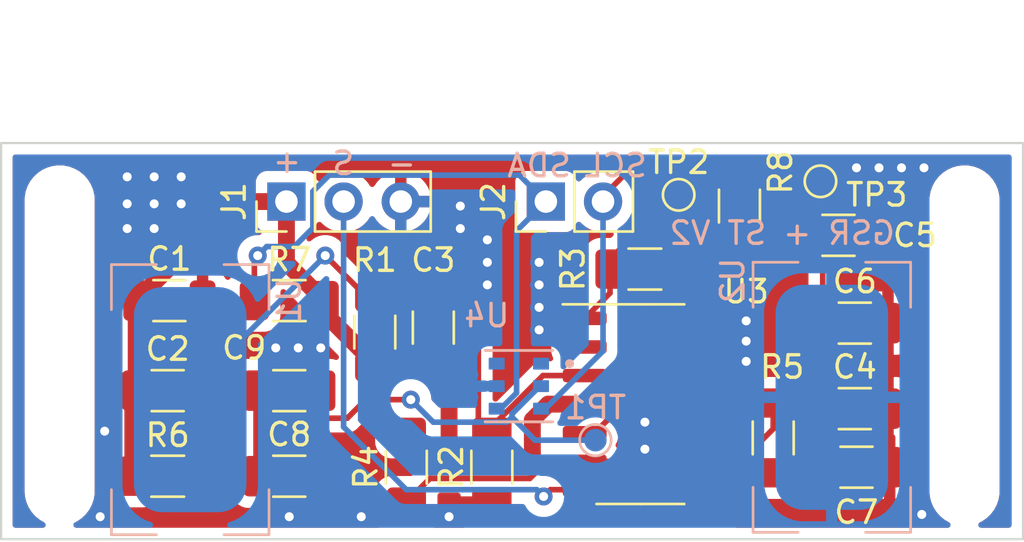
<source format=kicad_pcb>
(kicad_pcb (version 20211014) (generator pcbnew)
  (layers (0 "F.Cu" signal) (31 "B.Cu" signal) (34 "B.Paste" user) (35 "F.Paste" user) (36 "B.SilkS" user "B.Silkscreen") (37 "F.SilkS" user "F.Silkscreen") (38 "B.Mask" user) (39 "F.Mask" user) (44 "Edge.Cuts" user))
  (net 0 "")
  (net 1 "+3V3")
  (net 2 "GND")
  (net 3 "Net-(R4-Pad1)")
  (net 6 "Net-(C3-Pad2)")
  (net 7 "Net-(C4-Pad1)")
  (net 8 "Net-(C7-Pad1)")
  (net 9 "Net-(C8-Pad1)")
  (net 10 "Net-(J2-Pad1)")
  (net 11 "Net-(J2-Pad2)")
  (net 12 "Net-(R3-Pad1)")
  (footprint "TestPoint:TestPoint_Pad_D1.0mm" (layer "F.Cu") (at 204.1 107.7)
    (fp_text reference "TP2" (at 0 -1.448) (layer "F.SilkS"))
    (fp_text value "TestPoint")
    (fp_circle (center 0 0) (end 0 0.7) (layer "F.SilkS") (width 0.12) (fill none))
    (pad "1" smd circle (at 0 0) (size 1 1) (layers "F.Cu" "F.Mask") (net 12 "Net-(R3-Pad1)"))
  )
  (footprint "Connector_PinHeader_2.54mm:PinHeader_1x02_P2.54mm_Vertical" (layer "F.Cu") (at 198.2 108 90)
    (fp_text reference "J2" (at 0 -2.33 90) (layer "F.SilkS"))
    (fp_text value "Conn_01x02")
    (fp_line (start -1.33 1.27) (end -1.33 3.87) (layer "F.SilkS") (width 0.12))
    (fp_line (start 1.33 1.27) (end 1.33 3.87) (layer "F.SilkS") (width 0.12))
    (fp_line (start -1.33 0) (end -1.33 -1.33) (layer "F.SilkS") (width 0.12))
    (fp_line (start -1.33 1.27) (end 1.33 1.27) (layer "F.SilkS") (width 0.12))
    (fp_line (start -1.33 -1.33) (end 0 -1.33) (layer "F.SilkS") (width 0.12))
    (fp_line (start -1.33 3.87) (end 1.33 3.87) (layer "F.SilkS") (width 0.12))
    (pad "1" thru_hole rect (at 0 0 90) (size 1.7 1.7) (drill 1) (layers *.Cu *.Mask) (net 10 "Net-(J2-Pad1)"))
    (pad "2" thru_hole oval (at 0 2.54 90) (size 1.7 1.7) (drill 1) (layers *.Cu *.Mask) (net 11 "Net-(J2-Pad2)"))
  )
  (footprint "Capacitor_SMD:C_1206_3216Metric" (layer "F.Cu") (at 181.4 116.4)
    (fp_text reference "C2" (at 0 -1.85) (layer "F.SilkS"))
    (fp_text value "1n")
    (fp_line (start -0.711252 -0.91) (end 0.711252 -0.91) (layer "F.SilkS") (width 0.12))
    (fp_line (start -0.711252 0.91) (end 0.711252 0.91) (layer "F.SilkS") (width 0.12))
    (pad "1" smd roundrect (at -1.475 0) (size 1.15 1.8) (layers "F.Cu" "F.Paste" "F.Mask") (roundrect_rratio 0.2173913043) (net 1 "+3V3"))
    (pad "2" smd roundrect (at 1.475 0) (size 1.15 1.8) (layers "F.Cu" "F.Paste" "F.Mask") (roundrect_rratio 0.2173913043) (net 2 "GND"))
  )
  (footprint "Capacitor_SMD:C_1206_3216Metric" (layer "F.Cu") (at 181.475 112.4)
    (fp_text reference "C1" (at 0 -1.85) (layer "F.SilkS"))
    (fp_text value "100n")
    (fp_line (start -0.711252 0.91) (end 0.711252 0.91) (layer "F.SilkS") (width 0.12))
    (fp_line (start -0.711252 -0.91) (end 0.711252 -0.91) (layer "F.SilkS") (width 0.12))
    (pad "1" smd roundrect (at -1.475 0) (size 1.15 1.8) (layers "F.Cu" "F.Paste" "F.Mask") (roundrect_rratio 0.2173913043) (net 1 "+3V3"))
    (pad "2" smd roundrect (at 1.475 0) (size 1.15 1.8) (layers "F.Cu" "F.Paste" "F.Mask") (roundrect_rratio 0.2173913043) (net 2 "GND"))
  )
  (footprint "Resistor_SMD:R_1206_3216Metric_Pad1.30x1.75mm_HandSolder" (layer "F.Cu") (at 192 119.8 90)
    (fp_text reference "R4" (at 0 -1.8 90) (layer "F.SilkS"))
    (fp_text value "2.4k")
    (fp_line (start -0.727064 -0.91) (end 0.727064 -0.91) (layer "F.SilkS") (width 0.12))
    (fp_line (start -0.727064 0.91) (end 0.727064 0.91) (layer "F.SilkS") (width 0.12))
    (pad "1" smd roundrect (at -1.55 0 90) (size 1.3 1.75) (layers "F.Cu" "F.Paste" "F.Mask") (roundrect_rratio 0.1923076923) (net 3 "Net-(R4-Pad1)"))
    (pad "2" smd roundrect (at 1.55 0 90) (size 1.3 1.75) (layers "F.Cu" "F.Paste" "F.Mask") (roundrect_rratio 0.1923076923) (net 2 "GND"))
  )
  (footprint "Resistor_SMD:R_1206_3216Metric_Pad1.30x1.75mm_HandSolder" (layer "F.Cu") (at 208.3 118.5 90)
    (fp_text reference "R5" (at 3.15 0.4 180) (layer "F.SilkS"))
    (fp_text value "1k")
    (fp_line (start -0.727064 -0.91) (end 0.727064 -0.91) (layer "F.SilkS") (width 0.12))
    (fp_line (start -0.727064 0.91) (end 0.727064 0.91) (layer "F.SilkS") (width 0.12))
    (pad "1" smd roundrect (at -1.55 0 90) (size 1.3 1.75) (layers "F.Cu" "F.Paste" "F.Mask") (roundrect_rratio 0.1923076923) (net 8 "Net-(C7-Pad1)"))
    (pad "2" smd roundrect (at 1.55 0 90) (size 1.3 1.75) (layers "F.Cu" "F.Paste" "F.Mask") (roundrect_rratio 0.1923076923) (net 3 "Net-(R4-Pad1)"))
  )
  (footprint "Capacitor_SMD:C_1206_3216Metric" (layer "F.Cu") (at 186.8 120.2)
    (fp_text reference "C8" (at 0 -1.85) (layer "F.SilkS"))
    (fp_text value "10uF")
    (fp_line (start -0.711252 0.91) (end 0.711252 0.91) (layer "F.SilkS") (width 0.12))
    (fp_line (start -0.711252 -0.91) (end 0.711252 -0.91) (layer "F.SilkS") (width 0.12))
    (pad "1" smd roundrect (at -1.475 0) (size 1.15 1.8) (layers "F.Cu" "F.Paste" "F.Mask") (roundrect_rratio 0.2173913043) (net 9 "Net-(C8-Pad1)"))
    (pad "2" smd roundrect (at 1.475 0) (size 1.15 1.8) (layers "F.Cu" "F.Paste" "F.Mask") (roundrect_rratio 0.2173913043) (net 2 "GND"))
  )
  (footprint "Capacitor_SMD:C_1206_3216Metric" (layer "F.Cu") (at 186.8 116.4)
    (fp_text reference "C9" (at -2 -1.9) (layer "F.SilkS"))
    (fp_text value "0.1uF")
    (fp_line (start -0.711252 0.91) (end 0.711252 0.91) (layer "F.SilkS") (width 0.12))
    (fp_line (start -0.711252 -0.91) (end 0.711252 -0.91) (layer "F.SilkS") (width 0.12))
    (pad "1" smd roundrect (at -1.475 0) (size 1.15 1.8) (layers "F.Cu" "F.Paste" "F.Mask") (roundrect_rratio 0.2173913043) (net 9 "Net-(C8-Pad1)"))
    (pad "2" smd roundrect (at 1.475 0) (size 1.15 1.8) (layers "F.Cu" "F.Paste" "F.Mask") (roundrect_rratio 0.2173913043) (net 2 "GND"))
  )
  (footprint "Package_SO:SOIC-14_3.9x8.7mm_P1.27mm" (layer "F.Cu") (at 202.4 117)
    (fp_text reference "U3" (at 4.7 -5) (layer "F.SilkS"))
    (fp_text value "LM324")
    (fp_line (start 0 -4.435) (end 1.95 -4.435) (layer "F.SilkS") (width 0.12))
    (fp_line (start 0 4.435) (end -1.95 4.435) (layer "F.SilkS") (width 0.12))
    (fp_line (start 0 -4.435) (end -3.45 -4.435) (layer "F.SilkS") (width 0.12))
    (fp_line (start 0 4.435) (end 1.95 4.435) (layer "F.SilkS") (width 0.12))
    (pad "1" smd roundrect (at -2.475 -3.81) (size 1.95 0.6) (layers "F.Cu" "F.Paste" "F.Mask") (net 12 "Net-(R3-Pad1)"))
    (pad "2" smd roundrect (at -2.475 -2.54) (size 1.95 0.6) (layers "F.Cu" "F.Paste" "F.Mask") (net 12 "Net-(R3-Pad1)"))
    (pad "3" smd roundrect (at -2.475 -1.27) (size 1.95 0.6) (layers "F.Cu" "F.Paste" "F.Mask") (net 6 "Net-(C3-Pad2)"))
    (pad "4" smd roundrect (at -2.475 0) (size 1.95 0.6) (layers "F.Cu" "F.Paste" "F.Mask") (net 1 "+3V3"))
    (pad "5" smd roundrect (at -2.475 1.27) (size 1.95 0.6) (layers "F.Cu" "F.Paste" "F.Mask") (net 7 "Net-(C4-Pad1)"))
    (pad "6" smd roundrect (at -2.475 2.54) (size 1.95 0.6) (layers "F.Cu" "F.Paste" "F.Mask") (net 3 "Net-(R4-Pad1)"))
    (pad "7" smd roundrect (at -2.475 3.81) (size 1.95 0.6) (layers "F.Cu" "F.Paste" "F.Mask") (net 8 "Net-(C7-Pad1)"))
    (pad "8" smd roundrect (at 2.475 3.81) (size 1.95 0.6) (layers "F.Cu" "F.Paste" "F.Mask"))
    (pad "9" smd roundrect (at 2.475 2.54) (size 1.95 0.6) (layers "F.Cu" "F.Paste" "F.Mask"))
    (pad "10" smd roundrect (at 2.475 1.27) (size 1.95 0.6) (layers "F.Cu" "F.Paste" "F.Mask"))
    (pad "11" smd roundrect (at 2.475 0) (size 1.95 0.6) (layers "F.Cu" "F.Paste" "F.Mask") (net 2 "GND"))
    (pad "12" smd roundrect (at 2.475 -1.27) (size 1.95 0.6) (layers "F.Cu" "F.Paste" "F.Mask"))
    (pad "13" smd roundrect (at 2.475 -2.54) (size 1.95 0.6) (layers "F.Cu" "F.Paste" "F.Mask"))
    (pad "14" smd roundrect (at 2.475 -3.81) (size 1.95 0.6) (layers "F.Cu" "F.Paste" "F.Mask"))
  )
  (footprint "Resistor_SMD:R_1206_3216Metric_Pad1.30x1.75mm_HandSolder" (layer "F.Cu") (at 190.6 113.8 90)
    (fp_text reference "R1" (at 3.2 0 180) (layer "F.SilkS"))
    (fp_text value "1M")
    (fp_line (start -0.727064 0.91) (end 0.727064 0.91) (layer "F.SilkS") (width 0.12))
    (fp_line (start -0.727064 -0.91) (end 0.727064 -0.91) (layer "F.SilkS") (width 0.12))
    (pad "1" smd roundrect (at -1.55 0 90) (size 1.3 1.75) (layers "F.Cu" "F.Paste" "F.Mask") (roundrect_rratio 0.1923076923) (net 1 "+3V3"))
    (pad "2" smd roundrect (at 1.55 0 90) (size 1.3 1.75) (layers "F.Cu" "F.Paste" "F.Mask") (roundrect_rratio 0.1923076923) (net 6 "Net-(C3-Pad2)"))
  )
  (footprint "Capacitor_SMD:C_1206_3216Metric" (layer "F.Cu") (at 211.925 117.2)
    (fp_text reference "C4" (at 0 -1.85) (layer "F.SilkS"))
    (fp_text value "100u")
    (fp_line (start -0.711252 -0.91) (end 0.711252 -0.91) (layer "F.SilkS") (width 0.12))
    (fp_line (start -0.711252 0.91) (end 0.711252 0.91) (layer "F.SilkS") (width 0.12))
    (pad "1" smd roundrect (at -1.475 0) (size 1.15 1.8) (layers "F.Cu" "F.Paste" "F.Mask") (roundrect_rratio 0.2173913043) (net 7 "Net-(C4-Pad1)"))
    (pad "2" smd roundrect (at 1.475 0) (size 1.15 1.8) (layers "F.Cu" "F.Paste" "F.Mask") (roundrect_rratio 0.2173913043) (net 2 "GND"))
  )
  (footprint "MountingHole:MountingHole_2.1mm" (layer "F.Cu") (at 216.8 114.4)
    (fp_text reference "REF**" hide)
    (fp_text value "MountingHole_2.1mm" hide)
    (pad "" np_thru_hole oval (at 0 0) (size 2.1 15) (drill oval 2.1 15) (layers F&B.Cu *.Mask))
  )
  (footprint "Connector_PinHeader_2.54mm:PinHeader_1x03_P2.54mm_Vertical" (layer "F.Cu") (at 186.675 108 90)
    (fp_text reference "J1" (at 0 -2.33 90) (layer "F.SilkS"))
    (fp_text value "Conn_01x03")
    (fp_line (start -1.33 0) (end -1.33 -1.33) (layer "F.SilkS") (width 0.12))
    (fp_line (start 1.33 1.27) (end 1.33 6.41) (layer "F.SilkS") (width 0.12))
    (fp_line (start -1.33 1.27) (end -1.33 6.41) (layer "F.SilkS") (width 0.12))
    (fp_line (start -1.33 6.41) (end 1.33 6.41) (layer "F.SilkS") (width 0.12))
    (fp_line (start -1.33 -1.33) (end 0 -1.33) (layer "F.SilkS") (width 0.12))
    (fp_line (start -1.33 1.27) (end 1.33 1.27) (layer "F.SilkS") (width 0.12))
    (pad "1" thru_hole rect (at 0 0 90) (size 1.7 1.7) (drill 1) (layers *.Cu *.Mask) (net 1 "+3V3"))
    (pad "2" thru_hole oval (at 0 2.54 90) (size 1.7 1.7) (drill 1) (layers *.Cu *.Mask) (net 8 "Net-(C7-Pad1)"))
    (pad "3" thru_hole oval (at 0 5.08 90) (size 1.7 1.7) (drill 1) (layers *.Cu *.Mask) (net 2 "GND"))
  )
  (footprint "Resistor_SMD:R_1206_3216Metric_Pad1.30x1.75mm_HandSolder" (layer "F.Cu") (at 186.8 112.4)
    (fp_text reference "R7" (at 0 -1.82) (layer "F.SilkS"))
    (fp_text value "10k")
    (fp_line (start -0.727064 -0.91) (end 0.727064 -0.91) (layer "F.SilkS") (width 0.12))
    (fp_line (start -0.727064 0.91) (end 0.727064 0.91) (layer "F.SilkS") (width 0.12))
    (pad "1" smd roundrect (at -1.55 0) (size 1.3 1.75) (layers "F.Cu" "F.Paste" "F.Mask") (roundrect_rratio 0.1923076923) (net 10 "Net-(J2-Pad1)"))
    (pad "2" smd roundrect (at 1.55 0) (size 1.3 1.75) (layers "F.Cu" "F.Paste" "F.Mask") (roundrect_rratio 0.1923076923) (net 1 "+3V3"))
  )
  (footprint "Resistor_SMD:R_1206_3216Metric_Pad1.30x1.75mm_HandSolder" (layer "F.Cu") (at 181.4 120.2)
    (fp_text reference "R6" (at 0 -1.82) (layer "F.SilkS"))
    (fp_text value "220")
    (fp_line (start -0.727064 -0.91) (end 0.727064 -0.91) (layer "F.SilkS") (width 0.12))
    (fp_line (start -0.727064 0.91) (end 0.727064 0.91) (layer "F.SilkS") (width 0.12))
    (pad "1" smd roundrect (at -1.55 0) (size 1.3 1.75) (layers "F.Cu" "F.Paste" "F.Mask") (roundrect_rratio 0.1923076923) (net 1 "+3V3"))
    (pad "2" smd roundrect (at 1.55 0) (size 1.3 1.75) (layers "F.Cu" "F.Paste" "F.Mask") (roundrect_rratio 0.1923076923) (net 9 "Net-(C8-Pad1)"))
  )
  (footprint "MountingHole:MountingHole_2.1mm" (layer "F.Cu") (at 176.6 114.4)
    (fp_text reference "REF**" hide)
    (fp_text value "MountingHole_2.1mm" hide)
    (pad "" np_thru_hole oval (at 0 0) (size 2.1 15) (drill oval 2.1 15) (layers F&B.Cu *.Mask))
  )
  (footprint "Capacitor_SMD:C_1206_3216Metric" (layer "F.Cu") (at 211.2 109.5)
    (fp_text reference "C5" (at 3.4 0) (layer "F.SilkS"))
    (fp_text value "47u")
    (fp_line (start -0.711252 -0.91) (end 0.711252 -0.91) (layer "F.SilkS") (width 0.12))
    (fp_line (start -0.711252 0.91) (end 0.711252 0.91) (layer "F.SilkS") (width 0.12))
    (pad "1" smd roundrect (at -1.475 0) (size 1.15 1.8) (layers "F.Cu" "F.Paste" "F.Mask") (roundrect_rratio 0.2173913043) (net 7 "Net-(C4-Pad1)"))
    (pad "2" smd roundrect (at 1.475 0) (size 1.15 1.8) (layers "F.Cu" "F.Paste" "F.Mask") (roundrect_rratio 0.2173913043) (net 2 "GND"))
  )
  (footprint "TestPoint:TestPoint_Pad_D1.0mm" (layer "F.Cu") (at 210.4 107.1)
    (fp_text reference "TP3" (at 2.5 0.6) (layer "F.SilkS"))
    (fp_text value "TestPoint")
    (fp_circle (center 0 0) (end 0 0.7) (layer "F.SilkS") (width 0.12) (fill none))
    (pad "1" smd circle (at 0 0) (size 1 1) (layers "F.Cu" "F.Mask") (net 7 "Net-(C4-Pad1)"))
  )
  (footprint "Capacitor_SMD:C_1206_3216Metric" (layer "F.Cu") (at 212 119.8)
    (fp_text reference "C7" (at 0 2) (layer "F.SilkS"))
    (fp_text value "100n")
    (fp_line (start -0.711252 0.91) (end 0.711252 0.91) (layer "F.SilkS") (width 0.12))
    (fp_line (start -0.711252 -0.91) (end 0.711252 -0.91) (layer "F.SilkS") (width 0.12))
    (pad "1" smd roundrect (at -1.475 0) (size 1.15 1.8) (layers "F.Cu" "F.Paste" "F.Mask") (roundrect_rratio 0.2173913043) (net 8 "Net-(C7-Pad1)"))
    (pad "2" smd roundrect (at 1.475 0) (size 1.15 1.8) (layers "F.Cu" "F.Paste" "F.Mask") (roundrect_rratio 0.2173913043) (net 2 "GND"))
  )
  (footprint "Resistor_SMD:R_1206_3216Metric_Pad1.30x1.75mm_HandSolder" (layer "F.Cu") (at 206.8 108.2 -90)
    (fp_text reference "R8" (at -1.5 -1.82 90) (layer "F.SilkS"))
    (fp_text value "10k")
    (fp_line (start -0.727064 0.91) (end 0.727064 0.91) (layer "F.SilkS") (width 0.12))
    (fp_line (start -0.727064 -0.91) (end 0.727064 -0.91) (layer "F.SilkS") (width 0.12))
    (pad "1" smd roundrect (at -1.55 0 270) (size 1.3 1.75) (layers "F.Cu" "F.Paste" "F.Mask") (roundrect_rratio 0.1923076923) (net 11 "Net-(J2-Pad2)"))
    (pad "2" smd roundrect (at 1.55 0 270) (size 1.3 1.75) (layers "F.Cu" "F.Paste" "F.Mask") (roundrect_rratio 0.1923076923) (net 1 "+3V3"))
  )
  (footprint "Resistor_SMD:R_1206_3216Metric_Pad1.30x1.75mm_HandSolder" (layer "F.Cu") (at 202.6 111)
    (fp_text reference "R3" (at -3.2 0 90) (layer "F.SilkS"))
    (fp_text value "1k")
    (fp_line (start -0.727064 0.91) (end 0.727064 0.91) (layer "F.SilkS") (width 0.12))
    (fp_line (start -0.727064 -0.91) (end 0.727064 -0.91) (layer "F.SilkS") (width 0.12))
    (pad "1" smd roundrect (at -1.55 0) (size 1.3 1.75) (layers "F.Cu" "F.Paste" "F.Mask") (roundrect_rratio 0.1923076923) (net 12 "Net-(R3-Pad1)"))
    (pad "2" smd roundrect (at 1.55 0) (size 1.3 1.75) (layers "F.Cu" "F.Paste" "F.Mask") (roundrect_rratio 0.1923076923) (net 7 "Net-(C4-Pad1)"))
  )
  (footprint "Resistor_SMD:R_1206_3216Metric_Pad1.30x1.75mm_HandSolder" (layer "F.Cu") (at 195.8 119.8 -90)
    (fp_text reference "R2" (at 0 1.8 90) (layer "F.SilkS"))
    (fp_text value "1M")
    (fp_line (start -0.727064 0.91) (end 0.727064 0.91) (layer "F.SilkS") (width 0.12))
    (fp_line (start -0.727064 -0.91) (end 0.727064 -0.91) (layer "F.SilkS") (width 0.12))
    (pad "1" smd roundrect (at -1.55 0 270) (size 1.3 1.75) (layers "F.Cu" "F.Paste" "F.Mask") (roundrect_rratio 0.1923076923) (net 6 "Net-(C3-Pad2)"))
    (pad "2" smd roundrect (at 1.55 0 270) (size 1.3 1.75) (layers "F.Cu" "F.Paste" "F.Mask") (roundrect_rratio 0.1923076923) (net 2 "GND"))
  )
  (footprint "Capacitor_SMD:C_1206_3216Metric" (layer "F.Cu") (at 193.2 113.6 90)
    (fp_text reference "C3" (at 3 0 180) (layer "F.SilkS"))
    (fp_text value "1u")
    (fp_line (start -0.711252 0.91) (end 0.711252 0.91) (layer "F.SilkS") (width 0.12))
    (fp_line (start -0.711252 -0.91) (end 0.711252 -0.91) (layer "F.SilkS") (width 0.12))
    (pad "1" smd roundrect (at -1.475 0 90) (size 1.15 1.8) (layers "F.Cu" "F.Paste" "F.Mask") (roundrect_rratio 0.2173913043) (net 1 "+3V3"))
    (pad "2" smd roundrect (at 1.475 0 90) (size 1.15 1.8) (layers "F.Cu" "F.Paste" "F.Mask") (roundrect_rratio 0.2173913043) (net 6 "Net-(C3-Pad2)"))
  )
  (footprint "Capacitor_SMD:C_1206_3216Metric" (layer "F.Cu") (at 211.925 113.4)
    (fp_text reference "C6" (at 0 -1.85) (layer "F.SilkS"))
    (fp_text value "1u")
    (fp_line (start -0.711252 -0.91) (end 0.711252 -0.91) (layer "F.SilkS") (width 0.12))
    (fp_line (start -0.711252 0.91) (end 0.711252 0.91) (layer "F.SilkS") (width 0.12))
    (pad "1" smd roundrect (at -1.475 0) (size 1.15 1.8) (layers "F.Cu" "F.Paste" "F.Mask") (roundrect_rratio 0.2173913043) (net 7 "Net-(C4-Pad1)"))
    (pad "2" smd roundrect (at 1.475 0) (size 1.15 1.8) (layers "F.Cu" "F.Paste" "F.Mask") (roundrect_rratio 0.2173913043) (net 2 "GND"))
  )
  (footprint "Temp_Sensor:PSON100P300X300X110-6N" (layer "B.Cu") (at 197 116.2 180)
    (fp_text reference "U4" (at 1.425 3.135) (layer "B.SilkS") (effects (justify mirror)))
    (fp_text value "AHT20")
    (fp_line (start -1.5 1.585) (end 1.5 1.585) (layer "B.SilkS") (width 0.127))
    (fp_line (start 1.5 -1.585) (end -1.5 -1.585) (layer "B.SilkS") (width 0.127))
    (fp_circle (center -2.255 1) (end -2.155 1) (layer "B.SilkS") (width 0.2) (fill none))
    (pad "1" smd roundrect (at -0.985 1 180) (size 0.71 0.53) (layers "B.Cu" "B.Paste" "B.Mask") (roundrect_rratio 0.07))
    (pad "2" smd roundrect (at -0.985 0 180) (size 0.71 0.53) (layers "B.Cu" "B.Paste" "B.Mask") (roundrect_rratio 0.07) (net 9 "Net-(C8-Pad1)"))
    (pad "3" smd roundrect (at -0.985 -1 180) (size 0.71 0.53) (layers "B.Cu" "B.Paste" "B.Mask") (roundrect_rratio 0.07) (net 11 "Net-(J2-Pad2)"))
    (pad "4" smd roundrect (at 0.985 -1 180) (size 0.71 0.53) (layers "B.Cu" "B.Paste" "B.Mask") (roundrect_rratio 0.07) (net 10 "Net-(J2-Pad1)"))
    (pad "5" smd roundrect (at 0.985 0 180) (size 0.71 0.53) (layers "B.Cu" "B.Paste" "B.Mask") (roundrect_rratio 0.07) (net 2 "GND"))
    (pad "6" smd roundrect (at 0.985 1 180) (size 0.71 0.53) (layers "B.Cu" "B.Paste" "B.Mask") (roundrect_rratio 0.07))
  )
  (footprint "Electrode:Electrode" (layer "B.Cu") (at 214.405 110.695 -90)
    (fp_text reference "U2" (at 0.805 7.905 90 unlocked) (layer "B.SilkS") (effects (justify mirror)))
    (fp_text value "Electrodes")
    (fp_line (start 10 7) (end 12 7) (layer "B.SilkS") (width 0.12))
    (fp_line (start 0 7) (end 2 7) (layer "B.SilkS") (width 0.12))
    (fp_line (start 12 2) (end 12 0) (layer "B.SilkS") (width 0.12))
    (fp_line (start 12 0) (end 10 0) (layer "B.SilkS") (width 0.12))
    (fp_line (start 0 0) (end 2 0) (layer "B.SilkS") (width 0.12))
    (fp_line (start 12 7) (end 12 5) (layer "B.SilkS") (width 0.12))
    (fp_line (start 0 5) (end 0 7) (layer "B.SilkS") (width 0.12))
    (fp_line (start 0 0) (end 0 2) (layer "B.SilkS") (width 0.12))
    (pad "1" smd roundrect (at 6 3.5 270) (size 10 5) (layers "B.Cu" "B.Paste" "B.Mask") (net 2 "GND"))
  )
  (footprint "TestPoint:TestPoint_Pad_D1.0mm" (layer "B.Cu") (at 200.4 118.6 180)
    (fp_text reference "TP1" (at 0 1.448) (layer "B.SilkS") (effects (justify mirror)))
    (fp_text value "TestPoint")
    (fp_circle (center 0 0) (end 0 -0.7) (layer "B.SilkS") (width 0.12) (fill none))
    (pad "1" smd circle (at 0 0 180) (size 1 1) (layers "B.Cu" "B.Mask") (net 9 "Net-(C8-Pad1)"))
  )
  (footprint "Electrode:Electrode" (layer "B.Cu") (at 185.9 110.8 -90)
    (fp_text reference "U1" (at 1.6 -0.9 90 unlocked) (layer "B.SilkS") (effects (justify mirror)))
    (fp_text value "Electrodes")
    (fp_line (start 12 0) (end 10 0) (layer "B.SilkS") (width 0.12))
    (fp_line (start 0 0) (end 0 2) (layer "B.SilkS") (width 0.12))
    (fp_line (start 12 7) (end 12 5) (layer "B.SilkS") (width 0.12))
    (fp_line (start 0 5) (end 0 7) (layer "B.SilkS") (width 0.12))
    (fp_line (start 12 2) (end 12 0) (layer "B.SilkS") (width 0.12))
    (fp_line (start 10 7) (end 12 7) (layer "B.SilkS") (width 0.12))
    (fp_line (start 0 0) (end 2 0) (layer "B.SilkS") (width 0.12))
    (fp_line (start 0 7) (end 2 7) (layer "B.SilkS") (width 0.12))
    (pad "1" smd roundrect (at 6 3.5 270) (size 10 5) (layers "B.Cu" "B.Paste" "B.Mask") (net 6 "Net-(C3-Pad2)"))
  )
  (gr_rect (start 174 123) (end 219.4 105.4) (layer "Edge.Cuts") (width 0.1) (fill none))
  (gr_text "SDA" (at 197.9 106.4) (layer "B.SilkS") (effects (font (size 1 1)) (justify mirror)))
  (gr_text "SCL" (at 201.3 106.4) (layer "B.SilkS") (effects (font (size 1 1)) (justify mirror)))
  (gr_text "S" (at 189.2 106.3) (layer "B.SilkS") (effects (font (size 1 1)) (justify mirror)))
  (gr_text "GSR + ST V2" (at 208.7 109.4) (layer "B.SilkS") (effects (font (size 1 1)) (justify mirror)))
  (gr_text "-" (at 191.8 106.3) (layer "B.SilkS") (effects (font (size 1 1)) (justify mirror)))
  (gr_text "+" (at 186.7 106.2) (layer "B.SilkS") (effects (font (size 1 1)) (justify mirror)))
  (segment (start 203.3 109.3) (end 206.35 109.3) (width 0.75) (layer "F.Cu") (net 1))
  (segment (start 186.675 110.725) (end 186.675 108) (width 0.75) (layer "F.Cu") (net 1))
  (segment (start 188.35 112.4) (end 186.675 110.725) (width 0.75) (layer "F.Cu") (net 1))
  (segment (start 194.50048 119.60048) (end 197.19952 119.60048) (width 0.75) (layer "F.Cu") (net 1))
  (segment (start 198.3 117) (end 199.925 117) (width 0.75) (layer "F.Cu") (net 1))
  (segment (start 190.6 115.35) (end 190.75 115.2) (width 0.75) (layer "F.Cu") (net 1))
  (segment (start 188.35 112.95) (end 190.6 115.2) (width 0.75) (layer "F.Cu") (net 1))
  (segment (start 180 112.4) (end 180 116.325) (width 0.75) (layer "F.Cu") (net 1))
  (segment (start 197.19952 119.60048) (end 197.6 119.2) (width 0.75) (layer "F.Cu") (net 1))
  (segment (start 206.35 109.3) (end 206.8 109.75) (width 0.75) (layer "F.Cu") (net 1))
  (segment (start 199.925 117) (end 200.654626 117) (width 0.75) (layer "F.Cu") (net 1))
  (segment (start 180 116.325) (end 179.925 116.4) (width 0.75) (layer "F.Cu") (net 1))
  (segment (start 193.9 115.775) (end 193.9 119) (width 0.75) (layer "F.Cu") (net 1))
  (segment (start 193.2 115.075) (end 193.9 115.775) (width 0.75) (layer "F.Cu") (net 1))
  (segment (start 202.5 115.154626) (end 202.5 110.1) (width 0.75) (layer "F.Cu") (net 1))
  (segment (start 197.6 119.2) (end 197.6 117.7) (width 0.75) (layer "F.Cu") (net 1))
  (segment (start 200.654626 117) (end 202.5 115.154626) (width 0.75) (layer "F.Cu") (net 1))
  (segment (start 188.35 112.4) (end 188.35 112.95) (width 0.75) (layer "F.Cu") (net 1))
  (segment (start 193.9 119) (end 194.50048 119.60048) (width 0.75) (layer "F.Cu") (net 1))
  (segment (start 190.6 115.2) (end 190.6 115.35) (width 0.75) (layer "F.Cu") (net 1))
  (segment (start 179.925 116.4) (end 179.85 116.475) (width 0.75) (layer "F.Cu") (net 1))
  (segment (start 184.4 108) (end 180 112.4) (width 0.75) (layer "F.Cu") (net 1))
  (segment (start 197.6 117.7) (end 198.3 117) (width 0.75) (layer "F.Cu") (net 1))
  (segment (start 186.675 108) (end 184.4 108) (width 0.75) (layer "F.Cu") (net 1))
  (segment (start 202.5 110.1) (end 203.3 109.3) (width 0.75) (layer "F.Cu") (net 1))
  (segment (start 190.75 115.2) (end 193.075 115.2) (width 0.75) (layer "F.Cu") (net 1))
  (segment (start 193.075 115.2) (end 193.2 115.075) (width 0.75) (layer "F.Cu") (net 1))
  (segment (start 179.85 116.475) (end 179.85 120.2) (width 0.75) (layer "F.Cu") (net 1))
  (via (at 178.6 118.2) (size 0.8) (drill 0.4) (layers "F.Cu" "B.Cu") (net 2))
  (via (at 187.2 114.5) (size 0.8) (drill 0.4) (layers "F.Cu" "B.Cu") (net 2))
  (via (at 182 108.1) (size 0.8) (drill 0.4) (layers "F.Cu" "B.Cu") (net 2))
  (via (at 179.6 106.9) (size 0.8) (drill 0.4) (layers "F.Cu" "B.Cu") (net 2))
  (via (at 194.4 108.2) (size 0.8) (drill 0.4) (layers "F.Cu" "B.Cu") (net 2))
  (via (at 178.4 122) (size 0.8) (drill 0.4) (layers "F.Cu" "B.Cu") (net 2))
  (via (at 186.8 122) (size 0.8) (drill 0.4) (layers "F.Cu" "B.Cu") (net 2))
  (via (at 215 106.5) (size 0.8) (drill 0.4) (layers "F.Cu" "B.Cu") (net 2))
  (via (at 213 106.5) (size 0.8) (drill 0.4) (layers "F.Cu" "B.Cu") (net 2))
  (via (at 179.6 109.2) (size 0.8) (drill 0.4) (layers "F.Cu" "B.Cu") (net 2))
  (via (at 207.1 113.3) (size 0.8) (drill 0.4) (layers "F.Cu" "B.Cu") (net 2))
  (via (at 195.6 109.7) (size 0.8) (drill 0.4) (layers "F.Cu" "B.Cu") (net 2))
  (via (at 180.8 108.1) (size 0.8) (drill 0.4) (layers "F.Cu" "B.Cu") (net 2))
  (via (at 197.9 110.7) (size 0.8) (drill 0.4) (layers "F.Cu" "B.Cu") (net 2))
  (via (at 207.1 114.2) (size 0.8) (drill 0.4) (layers "F.Cu" "B.Cu") (net 2))
  (via (at 193.9 122) (size 0.8) (drill 0.4) (layers "F.Cu" "B.Cu") (net 2))
  (via (at 195.6 111.7) (size 0.8) (drill 0.4) (layers "F.Cu" "B.Cu") (net 2))
  (via (at 202.6 119) (size 0.8) (drill 0.4) (layers "F.Cu" "B.Cu") (net 2))
  (via (at 180.8 106.9) (size 0.8) (drill 0.4) (layers "F.Cu" "B.Cu") (net 2))
  (via (at 197.9 111.7) (size 0.8) (drill 0.4) (layers "F.Cu" "B.Cu") (net 2))
  (via (at 207.1 115.1) (size 0.8) (drill 0.4) (layers "F.Cu" "B.Cu") (net 2))
  (via (at 202.6 117.8) (size 0.8) (drill 0.4) (layers "F.Cu" "B.Cu") (net 2))
  (via (at 180.8 109.2) (size 0.8) (drill 0.4) (layers "F.Cu" "B.Cu") (net 2))
  (via (at 197.9 113.7) (size 0.8) (drill 0.4) (layers "F.Cu" "B.Cu") (net 2))
  (via (at 190 122) (size 0.8) (drill 0.4) (layers "F.Cu" "B.Cu") (net 2))
  (via (at 188.2 114.5) (size 0.8) (drill 0.4) (layers "F.Cu" "B.Cu") (net 2))
  (via (at 182 106.9) (size 0.8) (drill 0.4) (layers "F.Cu" "B.Cu") (net 2))
  (via (at 214.9 121.9) (size 0.8) (drill 0.4) (layers "F.Cu" "B.Cu") (net 2))
  (via (at 179.6 108.1) (size 0.8) (drill 0.4) (layers "F.Cu" "B.Cu") (net 2))
  (via (at 195.6 110.7) (size 0.8) (drill 0.4) (layers "F.Cu" "B.Cu") (net 2))
  (via (at 214 106.5) (size 0.8) (drill 0.4) (layers "F.Cu" "B.Cu") (net 2))
  (via (at 194.4 109.2) (size 0.8) (drill 0.4) (layers "F.Cu" "B.Cu") (net 2))
  (via (at 197.9 112.7) (size 0.8) (drill 0.4) (layers "F.Cu" "B.Cu") (net 2))
  (via (at 186.2 114.5) (size 0.8) (drill 0.4) (layers "F.Cu" "B.Cu") (net 2))
  (via (at 212 106.5) (size 0.8) (drill 0.4) (layers "F.Cu" "B.Cu") (net 2))
  (segment (start 206.7 119.7) (end 206.7 120.631072) (width 0.25) (layer "F.Cu") (net 3))
  (segment (start 201.14 119.54) (end 199.925 119.54) (width 0.25) (layer "F.Cu") (net 3))
  (segment (start 206.7 120.631072) (end 205.896552 121.43452) (width 0.25) (layer "F.Cu") (net 3))
  (segment (start 197.48927 120.3) (end 198.24927 119.54) (width 0.25) (layer "F.Cu") (net 3))
  (segment (start 208.3 116.95) (end 208.3 118.1) (width 0.25) (layer "F.Cu") (net 3))
  (segment (start 192 121.35) (end 193.05 120.3) (width 0.25) (layer "F.Cu") (net 3))
  (segment (start 193.05 120.3) (end 197.48927 120.3) (width 0.25) (layer "F.Cu") (net 3))
  (segment (start 203.03452 121.43452) (end 201.14 119.54) (width 0.25) (layer "F.Cu") (net 3))
  (segment (start 208.3 118.1) (end 206.7 119.7) (width 0.25) (layer "F.Cu") (net 3))
  (segment (start 205.896552 121.43452) (end 203.03452 121.43452) (width 0.25) (layer "F.Cu") (net 3))
  (segment (start 198.24927 119.54) (end 199.925 119.54) (width 0.25) (layer "F.Cu") (net 3))
  (segment (start 195.8 118) (end 195.8 118.25) (width 0.25) (layer "F.Cu") (net 6))
  (segment (start 193.2 112.125) (end 193.075 112.25) (width 0.25) (layer "F.Cu") (net 6))
  (segment (start 195.2 114.125) (end 193.2 112.125) (width 0.25) (layer "F.Cu") (net 6))
  (segment (start 190.25 112.25) (end 190.6 112.25) (width 0.25) (layer "F.Cu") (net 6))
  (segment (start 198.07 115.73) (end 195.8 118) (width 0.25) (layer "F.Cu") (net 6))
  (segment (start 195.2 114.125) (end 195.2 117.65) (width 0.25) (layer "F.Cu") (net 6))
  (segment (start 199.925 115.73) (end 198.07 115.73) (width 0.25) (layer "F.Cu") (net 6))
  (segment (start 188.4 110.4) (end 190.25 112.25) (width 0.25) (layer "F.Cu") (net 6))
  (segment (start 193.075 112.25) (end 190.6 112.25) (width 0.25) (layer "F.Cu") (net 6))
  (segment (start 195.2 117.65) (end 195.8 118.25) (width 0.25) (layer "F.Cu") (net 6))
  (via (at 188.4 110.4) (size 0.8) (drill 0.4) (layers "F.Cu" "B.Cu") (net 6))
  (segment (start 182.4 116.8) (end 182.4 116.4) (width 0.25) (layer "B.Cu") (net 6))
  (segment (start 182.4 116.4) (end 188.4 110.4) (width 0.25) (layer "B.Cu") (net 6))
  (segment (start 203.2 115.443896) (end 203.2 111.95) (width 0.25) (layer "F.Cu") (net 7))
  (segment (start 210.5 110.275) (end 210.5 113.35) (width 0.25) (layer "F.Cu") (net 7))
  (segment (start 208.225 111) (end 204.15 111) (width 0.25) (layer "F.Cu") (net 7))
  (segment (start 210.5 113.35) (end 210.45 113.4) (width 0.25) (layer "F.Cu") (net 7))
  (segment (start 200.373896 118.27) (end 203.2 115.443896) (width 0.25) (layer "F.Cu") (net 7))
  (segment (start 209.725 109.5) (end 210.4 108.825) (width 0.25) (layer "F.Cu") (net 7))
  (segment (start 199.925 118.27) (end 200.373896 118.27) (width 0.25) (layer "F.Cu") (net 7))
  (segment (start 210.4 108.825) (end 210.4 107.1) (width 0.25) (layer "F.Cu") (net 7))
  (segment (start 203.2 111.95) (end 204.15 111) (width 0.25) (layer "F.Cu") (net 7))
  (segment (start 209.725 109.5) (end 210.5 110.275) (width 0.25) (layer "F.Cu") (net 7))
  (segment (start 209.725 109.5) (end 208.225 111) (width 0.25) (layer "F.Cu") (net 7))
  (segment (start 210.45 117.2) (end 210.45 113.4) (width 0.25) (layer "F.Cu") (net 7))
  (segment (start 199.925 120.81) (end 201.774282 120.81) (width 0.25) (layer "F.Cu") (net 8))
  (segment (start 198.400497 120.8) (end 199.915 120.8) (width 0.25) (layer "F.Cu") (net 8))
  (segment (start 207.91679 120.05) (end 208.3 120.05) (width 0.25) (layer "F.Cu") (net 8))
  (segment (start 206.08275 121.88404) (end 207.91679 120.05) (width 0.25) (layer "F.Cu") (net 8))
  (segment (start 208.3 120.05) (end 210.275 120.05) (width 0.25) (layer "F.Cu") (net 8))
  (segment (start 198.1 121.100497) (end 198.400497 120.8) (width 0.25) (layer "F.Cu") (net 8))
  (segment (start 201.774282 120.81) (end 202.848322 121.88404) (width 0.25) (layer "F.Cu") (net 8))
  (segment (start 210.275 120.05) (end 210.525 119.8) (width 0.25) (layer "F.Cu") (net 8))
  (segment (start 202.848322 121.88404) (end 206.08275 121.88404) (width 0.25) (layer "F.Cu") (net 8))
  (segment (start 199.915 120.8) (end 199.925 120.81) (width 0.25) (layer "F.Cu") (net 8))
  (via (at 198.1 121.100497) (size 0.8) (drill 0.4) (layers "F.Cu" "B.Cu") (net 8))
  (segment (start 192 120.8) (end 189.215 118.015) (width 0.25) (layer "B.Cu") (net 8))
  (segment (start 198.1 121.100497) (end 197.799503 120.8) (width 0.25) (layer "B.Cu") (net 8))
  (segment (start 189.215 118.015) (end 189.215 108) (width 0.25) (layer "B.Cu") (net 8))
  (segment (start 197.799503 120.8) (end 192 120.8) (width 0.25) (layer "B.Cu") (net 8))
  (segment (start 186.54952 117.62452) (end 189.37548 117.62452) (width 0.25) (layer "F.Cu") (net 9))
  (segment (start 185.325 116.4) (end 185.325 120.2) (width 0.25) (layer "F.Cu") (net 9))
  (segment (start 185.325 116.4) (end 186.54952 117.62452) (width 0.25) (layer "F.Cu") (net 9))
  (segment (start 185.325 120.2) (end 182.95 120.2) (width 0.25) (layer "F.Cu") (net 9))
  (segment (start 190.2 116.8) (end 192.2 116.8) (width 0.25) (layer "F.Cu") (net 9))
  (segment (start 189.37548 117.62452) (end 190.2 116.8) (width 0.25) (layer "F.Cu") (net 9))
  (via (at 192.2 116.8) (size 0.8) (drill 0.4) (layers "F.Cu" "B.Cu") (net 9))
  (segment (start 193.2 117.8) (end 192.2 116.8) (width 0.25) (layer "B.Cu") (net 9))
  (segment (start 196.69452 117.433273) (end 196.69452 117.577687) (width 0.25) (layer "B.Cu") (net 9))
  (segment (start 196.472207 117.8) (end 193.2 117.8) (width 0.25) (layer "B.Cu") (net 9))
  (segment (start 197.716833 118.6) (end 196.69452 117.577687) (width 0.25) (layer "B.Cu") (net 9))
  (segment (start 200.4 118.6) (end 197.716833 118.6) (width 0.25) (layer "B.Cu") (net 9))
  (segment (start 196.69452 117.577687) (end 196.472207 117.8) (width 0.25) (layer "B.Cu") (net 9))
  (segment (start 197.927793 116.2) (end 196.69452 117.433273) (width 0.25) (layer "B.Cu") (net 9))
  (segment (start 197.985 116.2) (end 197.927793 116.2) (width 0.25) (layer "B.Cu") (net 9))
  (segment (start 185.25 110.55) (end 185.25 112.4) (width 0.25) (layer "F.Cu") (net 10))
  (segment (start 185.4 110.4) (end 185.25 110.55) (width 0.25) (layer "F.Cu") (net 10))
  (via (at 185.4 110.4) (size 0.8) (drill 0.4) (layers "F.Cu" "B.Cu") (net 10))
  (segment (start 187.024022 110) (end 187.849511 109.174511) (width 0.25) (layer "B.Cu") (net 10))
  (segment (start 187.849511 107.550489) (end 188.574511 106.825489) (width 0.25) (layer "B.Cu") (net 10))
  (segment (start 198.2 108) (end 196.9 109.3) (width 0.25) (layer "B.Cu") (net 10))
  (segment (start 188.574511 106.825489) (end 197.025489 106.825489) (width 0.25) (layer "B.Cu") (net 10))
  (segment (start 196.9 116.5) (end 196.2 117.2) (width 0.25) (layer "B.Cu") (net 10))
  (segment (start 185.4 110.4) (end 185.8 110) (width 0.25) (layer "B.Cu") (net 10))
  (segment (start 197.025489 106.825489) (end 198.2 108) (width 0.25) (layer "B.Cu") (net 10))
  (segment (start 196.9 109.3) (end 196.9 116.5) (width 0.25) (layer "B.Cu") (net 10))
  (segment (start 187.849511 109.174511) (end 187.849511 107.550489) (width 0.25) (layer "B.Cu") (net 10))
  (segment (start 185.8 110) (end 187.024022 110) (width 0.25) (layer "B.Cu") (net 10))
  (segment (start 196.2 117.2) (end 196.015 117.2) (width 0.25) (layer "B.Cu") (net 10))
  (segment (start 200.74 108) (end 200.74 107.76) (width 0.25) (layer "F.Cu") (net 11))
  (segment (start 200.74 107.76) (end 201.85 106.65) (width 0.25) (layer "F.Cu") (net 11))
  (segment (start 201.85 106.65) (end 206.8 106.65) (width 0.25) (layer "F.Cu") (net 11))
  (segment (start 198.179822 117.2) (end 200.74 114.639822) (width 0.25) (layer "B.Cu") (net 11))
  (segment (start 197.985 117.2) (end 198.179822 117.2) (width 0.25) (layer "B.Cu") (net 11))
  (segment (start 200.74 114.639822) (end 200.74 108) (width 0.25) (layer "B.Cu") (net 11))
  (segment (start 201.05 110.56073) (end 203.91073 107.7) (width 0.25) (layer "F.Cu") (net 12))
  (segment (start 201.05 112.065) (end 199.925 113.19) (width 0.25) (layer "F.Cu") (net 12))
  (segment (start 199.925 114.46) (end 199.925 113.19) (width 0.25) (layer "F.Cu") (net 12))
  (segment (start 201.05 111) (end 201.05 112.065) (width 0.25) (layer "F.Cu") (net 12))
  (segment (start 201.05 111) (end 201.05 110.56073) (width 0.25) (layer "F.Cu") (net 12))
  (segment (start 203.91073 107.7) (end 204.1 107.7) (width 0.25) (layer "F.Cu") (net 12))
  (zone (net 2) (net_name "GND") (layers F&B.Cu) (connect_pads (clearance 0.508)) (min_thickness 0.254) (fill yes (thermal_gap 0.508) (thermal_bridge_width 0.508))
    (polygon (pts (xy 219.4 123) (xy 174 123) (xy 174 105.4) (xy 219.4 105.4)))
  )
)
</source>
